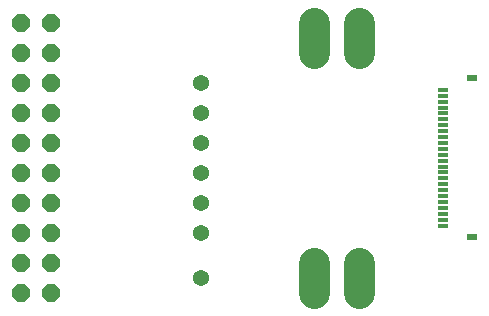
<source format=gts>
G04 EAGLE Gerber RS-274X export*
G75*
%MOMM*%
%FSLAX34Y34*%
%LPD*%
%INSolder Mask top*%
%IPPOS*%
%AMOC8*
5,1,8,0,0,1.08239X$1,22.5*%
G01*
%ADD10P,1.649562X8X112.500000*%
%ADD11R,0.901600X0.401600*%
%ADD12R,0.901600X0.501600*%
%ADD13C,1.371600*%
%ADD14C,2.654300*%


D10*
X63500Y25400D03*
X38100Y25400D03*
X63500Y50800D03*
X38100Y50800D03*
X63500Y76200D03*
X38100Y76200D03*
X63500Y101600D03*
X38100Y101600D03*
X63500Y127000D03*
X38100Y127000D03*
X63500Y152400D03*
X38100Y152400D03*
X63500Y177800D03*
X38100Y177800D03*
X63500Y203200D03*
X38100Y203200D03*
X63500Y228600D03*
X38100Y228600D03*
X63500Y254000D03*
X38100Y254000D03*
D11*
X394900Y197200D03*
X394900Y192200D03*
X394900Y187200D03*
X394900Y182200D03*
X394900Y177200D03*
X394900Y172200D03*
X394900Y167200D03*
X394900Y162200D03*
X394900Y157200D03*
X394900Y152200D03*
X394900Y147200D03*
X394900Y142200D03*
X394900Y137200D03*
X394900Y132200D03*
X394900Y127200D03*
X394900Y122200D03*
X394900Y117200D03*
X394900Y112200D03*
X394900Y107200D03*
X394900Y102200D03*
X394900Y97200D03*
X394900Y92200D03*
X394900Y87200D03*
X394900Y82200D03*
D12*
X419900Y72200D03*
X419900Y207200D03*
D13*
X190500Y152400D03*
X190500Y177800D03*
X190500Y101600D03*
X190500Y127000D03*
X190500Y203200D03*
X190500Y76200D03*
X190500Y38100D03*
D14*
X285750Y228537D02*
X285750Y254064D01*
X323850Y254064D02*
X323850Y228537D01*
X285750Y50864D02*
X285750Y25337D01*
X323850Y25337D02*
X323850Y50864D01*
M02*

</source>
